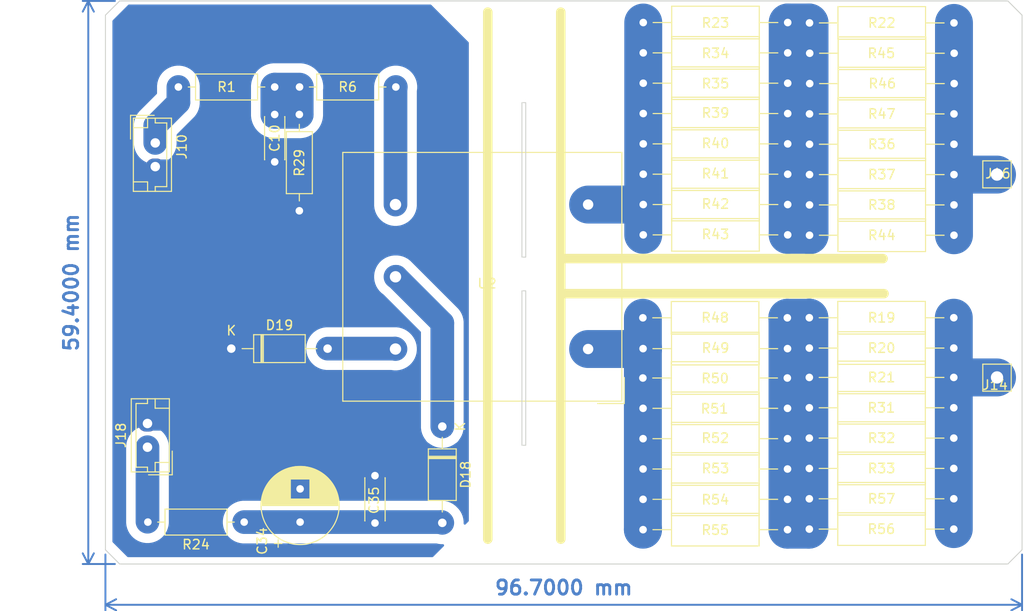
<source format=kicad_pcb>
(kicad_pcb (version 20240108) (generator "pcbnew") (generator_version "8.0")
  (layers (0 "F.Cu" signal) (31 "B.Cu" signal) (34 "B.Paste" user) (35 "F.Paste" user) (36 "B.SilkS" user "B.Silkscreen") (37 "F.SilkS" user "F.Silkscreen") (38 "B.Mask" user) (39 "F.Mask" user) (44 "Edge.Cuts" user))
  (net 0 "")
  (net 1 "GND")
  (net 2 "+12V")
  (net 3 "GND1")
  (net 4 "/+400VDC")
  (footprint "Resistor_THT:R_Axial_DIN0309_L9.0mm_D3.2mm_P15.24mm_Horizontal" (layer "F.Cu") (at 109.62 45.6)
    (property "Reference" "R41" (at 7.62 -0.06 0) (layer "F.SilkS"))
    (property "Value" "100k")
    (pad "1" thru_hole circle (at 0 0) (size 1.6 1.6) (drill 0.8) (layers "*.Cu" "*.Mask"))
    (pad "2" thru_hole oval (at 15.24 0) (size 1.6 1.6) (drill 0.8) (layers "*.Cu" "*.Mask"))
  )
  (footprint "Resistor_THT:R_Axial_DIN0309_L9.0mm_D3.2mm_P15.24mm_Horizontal" (layer "F.Cu") (at 109.6 73.5)
    (property "Reference" "R52" (at 7.62 -0.06 0) (layer "F.SilkS"))
    (property "Value" "100k")
    (pad "1" thru_hole circle (at 0 0) (size 1.6 1.6) (drill 0.8) (layers "*.Cu" "*.Mask"))
    (pad "2" thru_hole oval (at 15.24 0) (size 1.6 1.6) (drill 0.8) (layers "*.Cu" "*.Mask"))
  )
  (footprint "Resistor_THT:R_Axial_DIN0207_L6.3mm_D2.5mm_P10.16mm_Horizontal" (layer "F.Cu") (at 73.36 36.4)
    (property "Reference" "R6" (at 5.08 0 0) (layer "F.SilkS"))
    (property "Value" "1K")
    (pad "1" thru_hole circle (at 0 0) (size 1.6 1.6) (drill 0.8) (layers "*.Cu" "*.Mask"))
    (pad "2" thru_hole oval (at 10.16 0) (size 1.6 1.6) (drill 0.8) (layers "*.Cu" "*.Mask"))
  )
  (footprint "Resistor_THT:R_Axial_DIN0309_L9.0mm_D3.2mm_P15.24mm_Horizontal" (layer "F.Cu") (at 109.6 83.1)
    (property "Reference" "R55" (at 7.62 0.04 0) (layer "F.SilkS"))
    (property "Value" "100k")
    (pad "1" thru_hole circle (at 0 0) (size 1.6 1.6) (drill 0.8) (layers "*.Cu" "*.Mask"))
    (pad "2" thru_hole oval (at 15.24 0) (size 1.6 1.6) (drill 0.8) (layers "*.Cu" "*.Mask"))
  )
  (footprint "Resistor_THT:R_Axial_DIN0309_L9.0mm_D3.2mm_P15.24mm_Horizontal" (layer "F.Cu") (at 109.62 52)
    (property "Reference" "R43" (at 7.62 -0.06 0) (layer "F.SilkS"))
    (property "Value" "100k")
    (pad "1" thru_hole circle (at 0 0) (size 1.6 1.6) (drill 0.8) (layers "*.Cu" "*.Mask"))
    (pad "2" thru_hole oval (at 15.24 0) (size 1.6 1.6) (drill 0.8) (layers "*.Cu" "*.Mask"))
  )
  (footprint "Resistor_THT:R_Axial_DIN0309_L9.0mm_D3.2mm_P15.24mm_Horizontal" (layer "F.Cu") (at 127.14 83.04)
    (property "Reference" "R56" (at 7.6 0 0) (layer "F.SilkS"))
    (property "Value" "100k")
    (pad "1" thru_hole circle (at 0 0) (size 1.6 1.6) (drill 0.8) (layers "*.Cu" "*.Mask"))
    (pad "2" thru_hole oval (at 15.24 0) (size 1.6 1.6) (drill 0.8) (layers "*.Cu" "*.Mask") (net 4 "/+400VDC"))
  )
  (footprint "Connector_Pin:Pin_D1.3mm_L11.3mm_W2.8mm_Flat" (layer "F.Cu") (at 146.94 67.04)
    (property "Reference" "J14" (at -0.2 0.8 0) (layer "F.SilkS"))
    (property "Value" "400VDC")
    (pad "1" thru_hole circle (at 0 0) (size 2.6 2.6) (drill 1.3) (layers "*.Cu" "*.Mask") (net 4 "/+400VDC"))
  )
  (footprint "Resistor_THT:R_Axial_DIN0309_L9.0mm_D3.2mm_P15.24mm_Horizontal" (layer "F.Cu") (at 127.16 29.64)
    (property "Reference" "R22" (at 7.62 0 0) (layer "F.SilkS"))
    (property "Value" "100k")
    (pad "1" thru_hole circle (at 0 0) (size 1.6 1.6) (drill 0.8) (layers "*.Cu" "*.Mask"))
    (pad "2" thru_hole oval (at 15.24 0) (size 1.6 1.6) (drill 0.8) (layers "*.Cu" "*.Mask") (net 3 "GND1"))
  )
  (footprint "Resistor_THT:R_Axial_DIN0207_L6.3mm_D2.5mm_P10.16mm_Horizontal" (layer "F.Cu") (at 60.58 36.4)
    (property "Reference" "R1" (at 5.08 0 0) (layer "F.SilkS"))
    (property "Value" "330")
    (pad "1" thru_hole circle (at 0 0) (size 1.6 1.6) (drill 0.8) (layers "*.Cu" "*.Mask"))
    (pad "2" thru_hole oval (at 10.16 0) (size 1.6 1.6) (drill 0.8) (layers "*.Cu" "*.Mask"))
  )
  (footprint "Resistor_THT:R_Axial_DIN0309_L9.0mm_D3.2mm_P15.24mm_Horizontal" (layer "F.Cu") (at 109.6 70.3)
    (property "Reference" "R51" (at 7.54 0.04 0) (layer "F.SilkS"))
    (property "Value" "100k")
    (pad "1" thru_hole circle (at 0 0) (size 1.6 1.6) (drill 0.8) (layers "*.Cu" "*.Mask"))
    (pad "2" thru_hole oval (at 15.24 0) (size 1.6 1.6) (drill 0.8) (layers "*.Cu" "*.Mask"))
  )
  (footprint "Resistor_THT:R_Axial_DIN0207_L6.3mm_D2.5mm_P10.16mm_Horizontal" (layer "F.Cu") (at 73.34 49.46 90)
    (property "Reference" "R29" (at 5.06 0 -90) (layer "F.SilkS"))
    (property "Value" "1K")
    (pad "1" thru_hole circle (at 0 0 90) (size 1.6 1.6) (drill 0.8) (layers "*.Cu" "*.Mask") (net 1 "GND"))
    (pad "2" thru_hole oval (at 10.16 0 90) (size 1.6 1.6) (drill 0.8) (layers "*.Cu" "*.Mask"))
  )
  (footprint "Resistor_THT:R_Axial_DIN0207_L6.3mm_D2.5mm_P10.16mm_Horizontal" (layer "F.Cu") (at 67.52 82.3 180)
    (property "Reference" "R24" (at 5.08 -2.37 180) (layer "F.SilkS"))
    (property "Value" "100")
    (pad "1" thru_hole circle (at 0 0 180) (size 1.6 1.6) (drill 0.8) (layers "*.Cu" "*.Mask"))
    (pad "2" thru_hole oval (at 10.16 0 180) (size 1.6 1.6) (drill 0.8) (layers "*.Cu" "*.Mask") (net 2 "+12V"))
  )
  (footprint "Connector_JST:JST_EH_B2B-EH-A_1x02_P2.50mm_Vertical" (layer "F.Cu") (at 57.32 74.4 90)
    (property "Reference" "J18" (at 1.25 -2.8 -90) (layer "F.SilkS"))
    (property "Value" "12V_Vsens")
    (pad "1" thru_hole roundrect (at 0 0 90) (size 1.7 2) (drill 1) (layers "*.Cu" "*.Mask") (roundrect_rratio 0.1470588235) (net 2 "+12V"))
    (pad "2" thru_hole oval (at 2.5 0 90) (size 1.7 2) (drill 1) (layers "*.Cu" "*.Mask") (net 1 "GND"))
  )
  (footprint "Resistor_THT:R_Axial_DIN0309_L9.0mm_D3.2mm_P15.24mm_Horizontal" (layer "F.Cu") (at 109.58 67.1)
    (property "Reference" "R50" (at 7.62 0.04 0) (layer "F.SilkS"))
    (property "Value" "100k")
    (pad "1" thru_hole circle (at 0 0) (size 1.6 1.6) (drill 0.8) (layers "*.Cu" "*.Mask"))
    (pad "2" thru_hole oval (at 15.24 0) (size 1.6 1.6) (drill 0.8) (layers "*.Cu" "*.Mask"))
  )
  (footprint "Resistor_THT:R_Axial_DIN0309_L9.0mm_D3.2mm_P15.24mm_Horizontal" (layer "F.Cu") (at 127.18 36.04)
    (property "Reference" "R46" (at 7.66 0 0) (layer "F.SilkS"))
    (property "Value" "100k")
    (pad "1" thru_hole circle (at 0 0) (size 1.6 1.6) (drill 0.8) (layers "*.Cu" "*.Mask"))
    (pad "2" thru_hole oval (at 15.24 0) (size 1.6 1.6) (drill 0.8) (layers "*.Cu" "*.Mask") (net 3 "GND1"))
  )
  (footprint "Capacitor_THT:C_Disc_D4.3mm_W1.9mm_P5.00mm" (layer "F.Cu") (at 70.74 39.3 -90)
    (property "Reference" "C10" (at 2.5 0 90) (layer "F.SilkS"))
    (property "Value" "102")
    (pad "1" thru_hole circle (at 0 0 270) (size 1.6 1.6) (drill 0.8) (layers "*.Cu" "*.Mask"))
    (pad "2" thru_hole circle (at 5 0 270) (size 1.6 1.6) (drill 0.8) (layers "*.Cu" "*.Mask") (net 1 "GND"))
  )
  (footprint "Resistor_THT:R_Axial_DIN0309_L9.0mm_D3.2mm_P15.24mm_Horizontal" (layer "F.Cu") (at 127.14 60.74)
    (property "Reference" "R19" (at 7.62 0 0) (layer "F.SilkS"))
    (property "Value" "100k")
    (pad "1" thru_hole circle (at 0 0) (size 1.6 1.6) (drill 0.8) (layers "*.Cu" "*.Mask"))
    (pad "2" thru_hole oval (at 15.24 0) (size 1.6 1.6) (drill 0.8) (layers "*.Cu" "*.Mask") (net 4 "/+400VDC"))
  )
  (footprint "Resistor_THT:R_Axial_DIN0309_L9.0mm_D3.2mm_P15.24mm_Horizontal" (layer "F.Cu") (at 127.16 45.64)
    (property "Reference" "R37" (at 7.62 0 0) (layer "F.SilkS"))
    (property "Value" "100k")
    (pad "1" thru_hole circle (at 0 0) (size 1.6 1.6) (drill 0.8) (layers "*.Cu" "*.Mask"))
    (pad "2" thru_hole oval (at 15.24 0) (size 1.6 1.6) (drill 0.8) (layers "*.Cu" "*.Mask") (net 3 "GND1"))
  )
  (footprint "Resistor_THT:R_Axial_DIN0309_L9.0mm_D3.2mm_P15.24mm_Horizontal" (layer "F.Cu") (at 109.6 79.9)
    (property "Reference" "R54" (at 7.62 0.04 0) (layer "F.SilkS"))
    (property "Value" "100k")
    (pad "1" thru_hole circle (at 0 0) (size 1.6 1.6) (drill 0.8) (layers "*.Cu" "*.Mask"))
    (pad "2" thru_hole oval (at 15.24 0) (size 1.6 1.6) (drill 0.8) (layers "*.Cu" "*.Mask"))
  )
  (footprint "Resistor_THT:R_Axial_DIN0309_L9.0mm_D3.2mm_P15.24mm_Horizontal" (layer "F.Cu") (at 127.14 63.94)
    (property "Reference" "R20" (at 7.62 0 0) (layer "F.SilkS"))
    (property "Value" "100k")
    (pad "1" thru_hole circle (at 0 0) (size 1.6 1.6) (drill 0.8) (layers "*.Cu" "*.Mask"))
    (pad "2" thru_hole oval (at 15.24 0) (size 1.6 1.6) (drill 0.8) (layers "*.Cu" "*.Mask") (net 4 "/+400VDC"))
  )
  (footprint "Resistor_THT:R_Axial_DIN0309_L9.0mm_D3.2mm_P15.24mm_Horizontal" (layer "F.Cu") (at 127.14 67.04)
    (property "Reference" "R21" (at 7.62 0 0) (layer "F.SilkS"))
    (property "Value" "100k")
    (pad "1" thru_hole circle (at 0 0) (size 1.6 1.6) (drill 0.8) (layers "*.Cu" "*.Mask"))
    (pad "2" thru_hole oval (at 15.24 0) (size 1.6 1.6) (drill 0.8) (layers "*.Cu" "*.Mask") (net 4 "/+400VDC"))
  )
  (footprint "Resistor_THT:R_Axial_DIN0309_L9.0mm_D3.2mm_P15.24mm_Horizontal" (layer "F.Cu") (at 109.62 36)
    (property "Reference" "R35" (at 7.62 0.04 0) (layer "F.SilkS"))
    (property "Value" "100k")
    (pad "1" thru_hole circle (at 0 0) (size 1.6 1.6) (drill 0.8) (layers "*.Cu" "*.Mask"))
    (pad "2" thru_hole oval (at 15.24 0) (size 1.6 1.6) (drill 0.8) (layers "*.Cu" "*.Mask"))
  )
  (footprint "Connector_Pin:Pin_D1.3mm_L11.3mm_W2.8mm_Flat" (layer "F.Cu") (at 146.94 45.64 180)
    (property "Reference" "J16" (at -0.1 0.1 180) (layer "F.SilkS"))
    (property "Value" "GND")
    (pad "1" thru_hole circle (at 0 0 180) (size 2.6 2.6) (drill 1.3) (layers "*.Cu" "*.Mask") (net 3 "GND1"))
  )
  (footprint "Resistor_THT:R_Axial_DIN0309_L9.0mm_D3.2mm_P15.24mm_Horizontal" (layer "F.Cu") (at 127.16 39.24)
    (property "Reference" "R47" (at 7.62 0 0) (layer "F.SilkS"))
    (property "Value" "100k")
    (pad "1" thru_hole circle (at 0 0) (size 1.6 1.6) (drill 0.8) (layers "*.Cu" "*.Mask"))
    (pad "2" thru_hole oval (at 15.24 0) (size 1.6 1.6) (drill 0.8) (layers "*.Cu" "*.Mask") (net 3 "GND1"))
  )
  (footprint "Sensor_Voltage:LEM_LV25-P" (layer "F.Cu") (at 103.8025 64.0425 180)
    (property "Reference" "U2" (at 10.6625 6.9025 180) (layer "F.SilkS"))
    (property "Value" "LV25-P")
    (pad "1" thru_hole rect (at 0 0 180) (size 2.1 2.1) (drill 1.1) (layers "*.Cu" "*.Mask"))
    (pad "3" thru_hole circle (at 0 15.24 180) (size 2.1 2.1) (drill 1.1) (layers "*.Cu" "*.Mask"))
    (pad "4" thru_hole circle (at 20.32 15.24 180) (size 2.2 2.2) (drill 1.2) (layers "*.Cu" "*.Mask"))
    (pad "5" thru_hole circle (at 20.32 7.62 180) (size 2.2 2.2) (drill 1.2) (layers "*.Cu" "*.Mask"))
    (pad "6" thru_hole circle (at 20.32 0 180) (size 2.2 2.2) (drill 1.2) (layers "*.Cu" "*.Mask"))
  )
  (footprint "Resistor_THT:R_Axial_DIN0309_L9.0mm_D3.2mm_P15.24mm_Horizontal" (layer "F.Cu") (at 127.14 70.24)
    (property "Reference" "R31" (at 7.6 0 0) (layer "F.SilkS"))
    (property "Value" "100k")
    (pad "1" thru_hole circle (at 0 0) (size 1.6 1.6) (drill 0.8) (layers "*.Cu" "*.Mask"))
    (pad "2" thru_hole oval (at 15.24 0) (size 1.6 1.6) (drill 0.8) (layers "*.Cu" "*.Mask") (net 4 "/+400VDC"))
  )
  (footprint "Resistor_THT:R_Axial_DIN0309_L9.0mm_D3.2mm_P15.24mm_Horizontal" (layer "F.Cu") (at 127.14 76.64)
    (property "Reference" "R33" (at 7.62 0 0) (layer "F.SilkS"))
    (property "Value" "100k")
    (pad "1" thru_hole circle (at 0 0) (size 1.6 1.6) (drill 0.8) (layers "*.Cu" "*.Mask"))
    (pad "2" thru_hole oval (at 15.24 0) (size 1.6 1.6) (drill 0.8) (layers "*.Cu" "*.Mask") (net 4 "/+400VDC"))
  )
  (footprint "Resistor_THT:R_Axial_DIN0309_L9.0mm_D3.2mm_P15.24mm_Horizontal" (layer "F.Cu") (at 109.6 64)
    (property "Reference" "R49" (at 7.64 -0.06 0) (layer "F.SilkS"))
    (property "Value" "100k")
    (pad "1" thru_hole circle (at 0 0) (size 1.6 1.6) (drill 0.8) (layers "*.Cu" "*.Mask"))
    (pad "2" thru_hole oval (at 15.24 0) (size 1.6 1.6) (drill 0.8) (layers "*.Cu" "*.Mask"))
  )
  (footprint "Connector_JST:JST_EH_B2B-EH-A_1x02_P2.50mm_Vertical" (layer "F.Cu") (at 58.14 42.3 -90)
    (property "Reference" "J10" (at 0.4 -2.8 90) (layer "F.SilkS"))
    (property "Value" "V_sens")
    (pad "1" thru_hole roundrect (at 0 0 270) (size 1.7 2) (drill 1) (layers "*.Cu" "*.Mask") (roundrect_rratio 0.1470588235))
    (pad "2" thru_hole oval (at 2.5 0 270) (size 1.7 2) (drill 1) (layers "*.Cu" "*.Mask") (net 1 "GND"))
  )
  (footprint "Resistor_THT:R_Axial_DIN0309_L9.0mm_D3.2mm_P15.24mm_Horizontal" (layer "F.Cu") (at 127.16 52.04)
    (property "Reference" "R44" (at 7.62 0 0) (layer "F.SilkS"))
    (property "Value" "100k")
    (pad "1" thru_hole circle (at 0 0) (size 1.6 1.6) (drill 0.8) (layers "*.Cu" "*.Mask"))
    (pad "2" thru_hole oval (at 15.24 0) (size 1.6 1.6) (drill 0.8) (layers "*.Cu" "*.Mask") (net 3 "GND1"))
  )
  (footprint "Resistor_THT:R_Axial_DIN0309_L9.0mm_D3.2mm_P15.24mm_Horizontal" (layer "F.Cu") (at 127.14 79.84)
    (property "Reference" "R57" (at 7.62 0 0) (layer "F.SilkS"))
    (property "Value" "100k")
    (pad "1" thru_hole circle (at 0 0) (size 1.6 1.6) (drill 0.8) (layers "*.Cu" "*.Mask"))
    (pad "2" thru_hole oval (at 15.24 0) (size 1.6 1.6) (drill 0.8) (layers "*.Cu" "*.Mask") (net 4 "/+400VDC"))
  )
  (footprint "Capacitor_THT:CP_Radial_D8.0mm_P3.50mm" (layer "F.Cu") (at 73.42 82.3 90)
    (property "Reference" "C34" (at -2 -4 -90) (layer "F.SilkS"))
    (property "Value" "100uF/25")
    (pad "1" thru_hole rect (at 0 0 90) (size 1.6 1.6) (drill 0.8) (layers "*.Cu" "*.Mask"))
    (pad "2" thru_hole circle (at 3.5 0 90) (size 1.6 1.6) (drill 0.8) (layers "*.Cu" "*.Mask") (net 1 "GND"))
  )
  (footprint "Resistor_THT:R_Axial_DIN0309_L9.0mm_D3.2mm_P15.24mm_Horizontal" (layer "F.Cu") (at 109.6 76.7)
    (property "Reference" "R53" (at 7.64 -0.06 0) (layer "F.SilkS"))
    (property "Value" "100k")
    (pad "1" thru_hole circle (at 0 0) (size 1.6 1.6) (drill 0.8) (layers "*.Cu" "*.Mask"))
    (pad "2" thru_hole oval (at 15.24 0) (size 1.6 1.6) (drill 0.8) (layers "*.Cu" "*.Mask"))
  )
  (footprint "Resistor_THT:R_Axial_DIN0309_L9.0mm_D3.2mm_P15.24mm_Horizontal" (layer "F.Cu") (at 109.62 48.8)
    (property "Reference" "R42" (at 7.62 -0.06 0) (layer "F.SilkS"))
    (property "Value" "100k")
    (pad "1" thru_hole circle (at 0 0) (size 1.6 1.6) (drill 0.8) (layers "*.Cu" "*.Mask"))
    (pad "2" thru_hole oval (at 15.24 0) (size 1.6 1.6) (drill 0.8) (layers "*.Cu" "*.Mask"))
  )
  (footprint "Resistor_THT:R_Axial_DIN0309_L9.0mm_D3.2mm_P15.24mm_Horizontal" (layer "F.Cu") (at 109.58 60.75)
    (property "Reference" "R48" (at 7.62 -0.01 0) (layer "F.SilkS"))
    (property "Value" "100k")
    (pad "1" thru_hole circle (at 0 0) (size 1.6 1.6) (drill 0.8) (layers "*.Cu" "*.Mask"))
    (pad "2" thru_hole oval (at 15.24 0) (size 1.6 1.6) (drill 0.8) (layers "*.Cu" "*.Mask"))
  )
  (footprint "Resistor_THT:R_Axial_DIN0309_L9.0mm_D3.2mm_P15.24mm_Horizontal" (layer "F.Cu") (at 109.62 42.4)
    (property "Reference" "R40" (at 7.62 -0.06 0) (layer "F.SilkS"))
    (property "Value" "100k")
    (pad "1" thru_hole circle (at 0 0) (size 1.6 1.6) (drill 0.8) (layers "*.Cu" "*.Mask"))
    (pad "2" thru_hole oval (at 15.24 0) (size 1.6 1.6) (drill 0.8) (layers "*.Cu" "*.Mask"))
  )
  (footprint "Resistor_THT:R_Axial_DIN0309_L9.0mm_D3.2mm_P15.24mm_Horizontal" (layer "F.Cu") (at 127.18 32.84)
    (property "Reference" "R45" (at 7.56 0 0) (layer "F.SilkS"))
    (property "Value" "100k")
    (pad "1" thru_hole circle (at 0 0) (size 1.6 1.6) (drill 0.8) (layers "*.Cu" "*.Mask"))
    (pad "2" thru_hole oval (at 15.24 0) (size 1.6 1.6) (drill 0.8) (layers "*.Cu" "*.Mask") (net 3 "GND1"))
  )
  (footprint "Resistor_THT:R_Axial_DIN0309_L9.0mm_D3.2mm_P15.24mm_Horizontal" (layer "F.Cu") (at 109.62 32.8)
    (property "Reference" "R34" (at 7.62 0.04 0) (layer "F.SilkS"))
    (property "Value" "100k")
    (pad "1" thru_hole circle (at 0 0) (size 1.6 1.6) (drill 0.8) (layers "*.Cu" "*.Mask"))
    (pad "2" thru_hole oval (at 15.24 0) (size 1.6 1.6) (drill 0.8) (layers "*.Cu" "*.Mask"))
  )
  (footprint "Diode_THT:D_A-405_P10.16mm_Horizontal" (layer "F.Cu") (at 66.16 64)
    (property "Reference" "D19" (at 5.08 -2.47 0) (layer "F.SilkS"))
    (property "Value" "D")
    (fp_text user "K" (at 0 -1.9 0) (layer "F.SilkS"))
    (pad "1" thru_hole rect (at 0 0) (size 1.8 1.8) (drill 0.9) (layers "*.Cu" "*.Mask") (net 1 "GND"))
    (pad "2" thru_hole oval (at 10.16 0) (size 1.8 1.8) (drill 0.9) (layers "*.Cu" "*.Mask"))
  )
  (footprint "Capacitor_THT:C_Disc_D4.3mm_W1.9mm_P5.00mm" (layer "F.Cu") (at 81.32 82.4 90)
    (property "Reference" "C35" (at 2.4 -0.1 -90) (layer "F.SilkS"))
    (property "Value" "104")
    (pad "1" thru_hole circle (at 0 0 90) (size 1.6 1.6) (drill 0.8) (layers "*.Cu" "*.Mask"))
    (pad "2" thru_hole circle (at 5 0 90) (size 1.6 1.6) (drill 0.8) (layers "*.Cu" "*.Mask") (net 1 "GND"))
  )
  (footprint "Resistor_THT:R_Axial_DIN0309_L9.0mm_D3.2mm_P15.24mm_Horizontal" (layer "F.Cu") (at 127.14 73.44)
    (property "Reference" "R32" (at 7.62 0 0) (layer "F.SilkS"))
    (property "Value" "100k")
    (pad "1" thru_hole circle (at 0 0) (size 1.6 1.6) (drill 0.8) (layers "*.Cu" "*.Mask"))
    (pad "2" thru_hole oval (at 15.24 0) (size 1.6 1.6) (drill 0.8) (layers "*.Cu" "*.Mask") (net 4 "/+400VDC"))
  )
  (footprint "Resistor_THT:R_Axial_DIN0309_L9.0mm_D3.2mm_P15.24mm_Horizontal" (layer "F.Cu") (at 127.16 42.44)
    (property "Reference" "R36" (at 7.62 0 0) (layer "F.SilkS"))
    (property "Value" "100k")
    (pad "1" thru_hole circle (at 0 0) (size 1.6 1.6) (drill 0.8) (layers "*.Cu" "*.Mask"))
    (pad "2" thru_hole oval (at 15.24 0) (size 1.6 1.6) (drill 0.8) (layers "*.Cu" "*.Mask") (net 3 "GND1"))
  )
  (footprint "Resistor_THT:R_Axial_DIN0309_L9.0mm_D3.2mm_P15.24mm_Horizontal" (layer "F.Cu") (at 109.62 39.2)
    (property "Reference" "R39" (at 7.62 -0.06 0) (layer "F.SilkS"))
    (property "Value" "100k")
    (pad "1" thru_hole circle (at 0 0) (size 1.6 1.6) (drill 0.8) (layers "*.Cu" "*.Mask"))
    (pad "2" thru_hole oval (at 15.24 0) (size 1.6 1.6) (drill 0.8) (layers "*.Cu" "*.Mask"))
  )
  (footprint "Diode_THT:D_A-405_P10.16mm_Horizontal" (layer "F.Cu") (at 88.42 72.22 -90)
    (property "Reference" "D18" (at 5.08 -2.47 90) (layer "F.SilkS"))
    (property "Value" "1N4007")
    (fp_text user "K" (at 0 -1.9 90) (layer "F.SilkS"))
    (pad "1" thru_hole rect (at 0 0 270) (size 1.8 1.8) (drill 0.9) (layers "*.Cu" "*.Mask"))
    (pad "2" thru_hole oval (at 10.16 0 270) (size 1.8 1.8) (drill 0.9) (layers "*.Cu" "*.Mask"))
  )
  (footprint "Resistor_THT:R_Axial_DIN0309_L9.0mm_D3.2mm_P15.24mm_Horizontal" (layer "F.Cu") (at 127.16 48.84)
    (property "Reference" "R38" (at 7.62 0 0) (layer "F.SilkS"))
    (property "Value" "100k")
    (pad "1" thru_hole circle (at 0 0) (size 1.6 1.6) (drill 0.8) (layers "*.Cu" "*.Mask"))
    (pad "2" thru_hole oval (at 15.24 0) (size 1.6 1.6) (drill 0.8) (layers "*.Cu" "*.Mask") (net 3 "GND1"))
  )
  (footprint "Resistor_THT:R_Axial_DIN0309_L9.0mm_D3.2mm_P15.24mm_Horizontal" (layer "F.Cu") (at 109.62 29.6)
    (property "Reference" "R23" (at 7.62 0.04 0) (layer "F.SilkS"))
    (property "Value" "100k")
    (pad "1" thru_hole circle (at 0 0) (size 1.6 1.6) (drill 0.8) (layers "*.Cu" "*.Mask"))
    (pad "2" thru_hole oval (at 15.24 0) (size 1.6 1.6) (drill 0.8) (layers "*.Cu" "*.Mask"))
  )
  (gr_line (start 101.22 58.2) (end 135.02 58.2) (stroke (width 1)) (layer "F.SilkS"))
  (gr_line (start 100.92 28.5) (end 100.92 84.1) (stroke (width 1)) (layer "F.SilkS"))
  (gr_line (start 93.22 28.5) (end 93.22 84.1) (stroke (width 1)) (layer "F.SilkS"))
  (gr_line (start 101.12 54.5) (end 134.92 54.5) (stroke (width 1)) (layer "F.SilkS"))
  (gr_rect (start 96.82 57.9) (end 97.22 74.2) (stroke (width 0.1)) (fill none) (layer "Edge.Cuts"))
  (gr_line (start 52.8825 28.8225) (end 54.3825 27.3225) (stroke (width 0.1)) (layer "Edge.Cuts"))
  (gr_line (start 148.0825 86.7225) (end 54.3825 86.7225) (stroke (width 0.1)) (layer "Edge.Cuts"))
  (gr_line (start 148.0825 86.7225) (end 149.5825 85.2225) (stroke (width 0.1)) (layer "Edge.Cuts"))
  (gr_line (start 148.0825 27.3225) (end 54.3825 27.3225) (stroke (width 0.1)) (layer "Edge.Cuts"))
  (gr_line (start 52.8825 85.2225) (end 52.8825 28.8225) (stroke (width 0.1)) (layer "Edge.Cuts"))
  (gr_line (start 149.5825 28.8225) (end 148.0825 27.3225) (stroke (width 0.1)) (layer "Edge.Cuts"))
  (gr_line (start 149.5825 85.2225) (end 149.5825 28.8225) (stroke (width 0.1)) (layer "Edge.Cuts"))
  (gr_line (start 54.3825 86.7225) (end 52.8825 85.2225) (stroke (width 0.1)) (layer "Edge.Cuts"))
  (gr_rect (start 96.82 38.05) (end 97.22 54.35) (stroke (width 0.1)) (fill none) (layer "Edge.Cuts"))
  (dimension (type aligned) (layer "B.Cu") (pts (xy 52.8825 85.2225) (xy 149.5825 85.2225)) (height 5.8025) (gr_text "96.7000 mm" (at 101.2325 89.225 0) (layer "B.Cu") (effects (font (size 1.5 1.5) (thickness 0.3)))) (format (prefix "") (suffix "") (units 3) (units_format 1) (precision 4)) (style (thickness 0.2) (arrow_length 1.27) (text_position_mode 0) (extension_height 0.58642) (extension_offset 0.5) keep_text_aligned))
  (dimension (type aligned) (layer "B.Cu") (pts (xy 54.3825 86.7225) (xy 54.3825 27.3225)) (height -3.3075) (gr_text "59.4000 mm" (at 49.275 57.0225 90) (layer "B.Cu") (effects (font (size 1.5 1.5) (thickness 0.3)))) (format (prefix "") (suffix "") (units 3) (units_format 1) (precision 4)) (style (thickness 0.2) (arrow_length 1.27) (text_position_mode 0) (extension_height 0.58642) (extension_offset 0.5) keep_text_aligned))
  (segment (start 76.32 64) (end 83.44 64) (width 2.5) (layer "B.Cu") (net 0))
  (segment (start 124.86 52) (end 127.12 52) (width 4) (layer "B.Cu") (net 0))
  (segment (start 103.8025 48.8025) (end 109.6175 48.8025) (width 4) (layer "B.Cu") (net 0))
  (segment (start 83.4825 36.4375) (end 83.52 36.4) (width 2.5) (layer "B.Cu") (net 0))
  (segment (start 83.44 64) (end 83.4825 64.0425) (width 2.5) (layer "B.Cu") (net 0))
  (segment (start 124.84 83.1) (end 127.08 83.1) (width 4) (layer "B.Cu") (net 0))
  (segment (start 60.58 36.4) (end 60.58 38.04) (width 2.5) (layer "B.Cu") (net 0))
  (segment (start 124.86 29.6) (end 124.86 52) (width 4) (layer "B.Cu") (net 0))
  (segment (start 67.52 82.3) (end 88.34 82.3) (width 2.5) (layer "B.Cu") (net 0))
  (segment (start 109.58 60.75) (end 109.58 83.08) (width 4) (layer "B.Cu") (net 0))
  (segment (start 88.42 61.3) (end 88.42 72.22) (width 2.5) (layer "B.Cu") (net 0))
  (segment (start 124.82 60.75) (end 127.13 60.75) (width 4) (layer "B.Cu") (net 0))
  (segment (start 83.5425 56.4225) (end 88.42 61.3) (width 2.5) (layer "B.Cu") (net 0))
  (segment (start 109.6175 48.8025) (end 109.62 48.8) (width 4) (layer "B.Cu") (net 0))
  (segment (start 73.34 39.3) (end 73.34 36.42) (width 3) (layer "B.Cu") (net 0))
  (segment (start 127.13 60.75) (end 127.14 60.74) (width 4) (layer "B.Cu") (net 0))
  (segment (start 83.4825 56.4225) (end 83.5425 56.4225) (width 2.5) (layer "B.Cu") (net 0))
  (segment (start 109.58 83.08) (end 109.6 83.1) (width 4) (layer "B.Cu") (net 0))
  (segment (start 73.36 36.4) (end 70.74 36.4) (width 3) (layer "B.Cu") (net 0))
  (segment (start 127.14 60.74) (end 127.14 83.04) (width 4) (layer "B.Cu") (net 0))
  (segment (start 127.12 52) (end 127.16 52.04) (width 4) (layer "B.Cu") (net 0))
  (segment (start 124.84 83.1) (end 124.84 60.77) (width 4) (layer "B.Cu") (net 0))
  (segment (start 127.08 83.1) (end 127.14 83.04) (width 4) (layer "B.Cu") (net 0))
  (segment (start 103.8025 64.0425) (end 109.5575 64.0425) (width 4) (layer "B.Cu") (net 0))
  (segment (start 109.5575 64.0425) (end 109.6 64) (width 4) (layer "B.Cu") (net 0))
  (segment (start 58.14 40.48) (end 58.14 42.3) (width 2.5) (layer "B.Cu") (net 0))
  (segment (start 70.74 39.3) (end 73.34 39.3) (width 3) (layer "B.Cu") (net 0))
  (segment (start 70.74 36.4) (end 70.74 39.3) (width 3) (layer "B.Cu") (net 0))
  (segment (start 124.84 60.77) (end 124.82 60.75) (width 4) (layer "B.Cu") (net 0))
  (segment (start 109.62 29.6) (end 109.62 52) (width 4) (layer "B.Cu") (net 0))
  (segment (start 60.58 38.04) (end 58.14 40.48) (width 2.5) (layer "B.Cu") (net 0))
  (segment (start 124.86 29.6) (end 127.12 29.6) (width 4) (layer "B.Cu") (net 0))
  (segment (start 88.34 82.3) (end 88.42 82.38) (width 2.5) (layer "B.Cu") (net 0))
  (segment (start 83.4825 48.8025) (end 83.4825 36.4375) (width 2.5) (layer "B.Cu") (net 0))
  (segment (start 127.12 29.6) (end 127.16 29.64) (width 4) (layer "B.Cu") (net 0))
  (segment (start 127.16 29.64) (end 127.16 52.04) (width 4) (layer "B.Cu") (net 0))
  (segment (start 73.34 36.42) (end 73.36 36.4) (width 1.5) (layer "B.Cu") (net 0))
  (segment (start 70.74 49.34) (end 70.86 49.46) (width 1.5) (layer "B.Cu") (net 1))
  (segment (start 70.74 49.34) (end 67.48 49.34) (width 1.5) (layer "B.Cu") (net 1))
  (segment (start 67.48 49.34) (end 66.16 50.66) (width 1.5) (layer "B.Cu") (net 1))
  (segment (start 81.32 77.4) (end 74.82 77.4) (width 1.5) (layer "B.Cu") (net 1))
  (segment (start 66.16 50.66) (end 66.16 64) (width 1.5) (layer "B.Cu") (net 1))
  (segment (start 73.42 78.8) (end 68.62 78.8) (width 1.5) (layer "B.Cu") (net 1))
  (segment (start 58.14 44.8) (end 70.24 44.8) (width 1.5) (layer "B.Cu") (net 1))
  (segment (start 57.32 71.9) (end 66.16 71.9) (width 1.5) (layer "B.Cu") (net 1))
  (segment (start 68.62 78.8) (end 66.16 76.34) (width 1.5) (layer "B.Cu") (net 1))
  (segment (start 70.24 44.8) (end 70.74 44.3) (width 1.5) (layer "B.Cu") (net 1))
  (segment (start 73.34 49.46) (end 70.86 49.46) (width 1.5) (layer "B.Cu") (net 1))
  (segment (start 66.16 76.34) (end 66.16 64) (width 1.5) (layer "B.Cu") (net 1))
  (segment (start 74.82 77.4) (end 73.42 78.8) (width 1.5) (layer "B.Cu") (net 1))
  (segment (start 70.74 44.3) (end 70.74 49.34) (width 1.5) (layer "B.Cu") (net 1))
  (segment (start 57.32 74.4) (end 57.32 82.26) (width 2.5) (layer "B.Cu") (net 2))
  (segment (start 57.32 82.26) (end 57.36 82.3) (width 1.5) (layer "B.Cu") (net 2))
  (segment (start 142.4 52.04) (end 142.4 45.84) (width 4) (layer "B.Cu") (net 3))
  (segment (start 142.4 45.84) (end 142.4 29.64) (width 4) (layer "B.Cu") (net 3))
  (segment (start 146.94 45.64) (end 142.6 45.64) (width 4) (layer "B.Cu") (net 3))
  (segment (start 142.6 45.64) (end 142.4 45.84) (width 4) (layer "B.Cu") (net 3))
  (segment (start 146.94 67.04) (end 142.38 67.04) (width 4) (layer "B.Cu") (net 4))
  (segment (start 142.38 83.04) (end 142.38 60.74) (width 4) (layer "B.Cu") (net 4))
  (zone (net 1) (net_name "GND") (layer "B.Cu") (priority 6) (connect_pads yes (clearance 1)) (min_thickness 0.25) (fill yes (thermal_gap 0.5) (thermal_bridge_width 0.5))
    (polygon (pts (xy 55.32 27.7) (xy 87.22 27.7) (xy 91.22 31.7) (xy 91.22 82.2) (xy 87.42 86) (xy 55.22 86) (xy 53.62 84.4) (xy 53.62 29.4)))
  )
)
</source>
